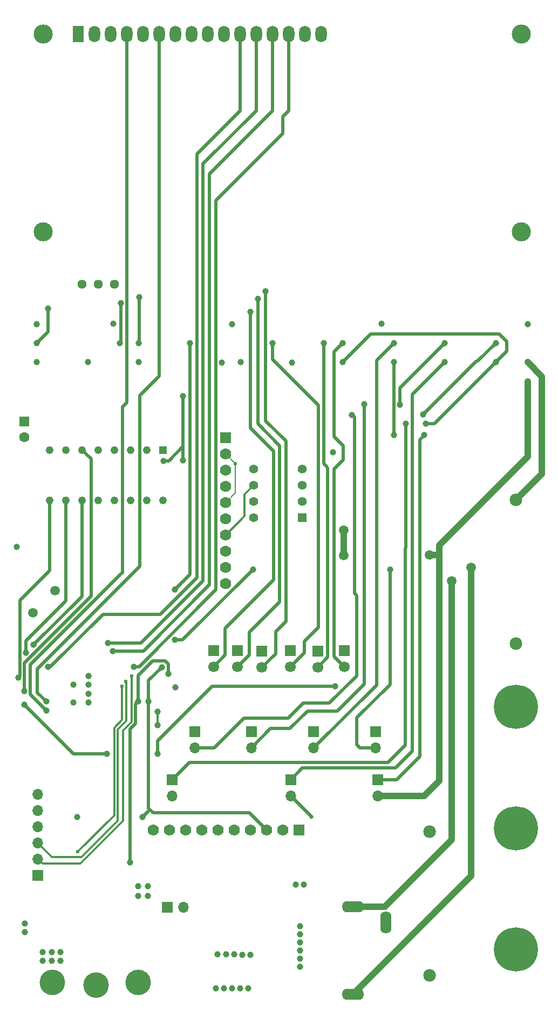
<source format=gbr>
%TF.GenerationSoftware,KiCad,Pcbnew,9.0.5*%
%TF.CreationDate,2025-10-28T12:45:37-04:00*%
%TF.ProjectId,oshe_dmm_project_v1,6f736865-5f64-46d6-9d5f-70726f6a6563,V1*%
%TF.SameCoordinates,Original*%
%TF.FileFunction,Copper,L4,Bot*%
%TF.FilePolarity,Positive*%
%FSLAX46Y46*%
G04 Gerber Fmt 4.6, Leading zero omitted, Abs format (unit mm)*
G04 Created by KiCad (PCBNEW 9.0.5) date 2025-10-28 12:45:37*
%MOMM*%
%LPD*%
G01*
G04 APERTURE LIST*
G04 Aperture macros list*
%AMRoundRect*
0 Rectangle with rounded corners*
0 $1 Rounding radius*
0 $2 $3 $4 $5 $6 $7 $8 $9 X,Y pos of 4 corners*
0 Add a 4 corners polygon primitive as box body*
4,1,4,$2,$3,$4,$5,$6,$7,$8,$9,$2,$3,0*
0 Add four circle primitives for the rounded corners*
1,1,$1+$1,$2,$3*
1,1,$1+$1,$4,$5*
1,1,$1+$1,$6,$7*
1,1,$1+$1,$8,$9*
0 Add four rect primitives between the rounded corners*
20,1,$1+$1,$2,$3,$4,$5,0*
20,1,$1+$1,$4,$5,$6,$7,0*
20,1,$1+$1,$6,$7,$8,$9,0*
20,1,$1+$1,$8,$9,$2,$3,0*%
G04 Aperture macros list end*
%TA.AperFunction,ComponentPad*%
%ADD10C,1.440000*%
%TD*%
%TA.AperFunction,ComponentPad*%
%ADD11C,3.000000*%
%TD*%
%TA.AperFunction,ComponentPad*%
%ADD12R,1.800000X2.600000*%
%TD*%
%TA.AperFunction,ComponentPad*%
%ADD13O,1.800000X2.600000*%
%TD*%
%TA.AperFunction,ComponentPad*%
%ADD14C,1.980000*%
%TD*%
%TA.AperFunction,ComponentPad*%
%ADD15R,1.778000X1.778000*%
%TD*%
%TA.AperFunction,ComponentPad*%
%ADD16C,1.778000*%
%TD*%
%TA.AperFunction,ComponentPad*%
%ADD17O,3.500000X1.750000*%
%TD*%
%TA.AperFunction,ComponentPad*%
%ADD18O,1.750000X3.500000*%
%TD*%
%TA.AperFunction,ComponentPad*%
%ADD19C,4.000000*%
%TD*%
%TA.AperFunction,ComponentPad*%
%ADD20RoundRect,0.250000X-0.550000X0.550000X-0.550000X-0.550000X0.550000X-0.550000X0.550000X0.550000X0*%
%TD*%
%TA.AperFunction,ComponentPad*%
%ADD21C,1.600000*%
%TD*%
%TA.AperFunction,ComponentPad*%
%ADD22R,1.700000X1.700000*%
%TD*%
%TA.AperFunction,ComponentPad*%
%ADD23O,1.700000X1.700000*%
%TD*%
%TA.AperFunction,ComponentPad*%
%ADD24R,1.397000X1.397000*%
%TD*%
%TA.AperFunction,ComponentPad*%
%ADD25C,1.397000*%
%TD*%
%TA.AperFunction,ComponentPad*%
%ADD26C,6.918200*%
%TD*%
%TA.AperFunction,ComponentPad*%
%ADD27C,1.700000*%
%TD*%
%TA.AperFunction,ComponentPad*%
%ADD28C,1.500000*%
%TD*%
%TA.AperFunction,ComponentPad*%
%ADD29R,1.210000X1.210000*%
%TD*%
%TA.AperFunction,ComponentPad*%
%ADD30C,1.210000*%
%TD*%
%TA.AperFunction,ViaPad*%
%ADD31C,1.000000*%
%TD*%
%TA.AperFunction,ViaPad*%
%ADD32C,0.600000*%
%TD*%
%TA.AperFunction,ViaPad*%
%ADD33C,1.500000*%
%TD*%
%TA.AperFunction,Conductor*%
%ADD34C,0.200000*%
%TD*%
%TA.AperFunction,Conductor*%
%ADD35C,0.300000*%
%TD*%
%TA.AperFunction,Conductor*%
%ADD36C,0.500000*%
%TD*%
%TA.AperFunction,Conductor*%
%ADD37C,1.000000*%
%TD*%
G04 APERTURE END LIST*
D10*
%TO.P,RV1,1,1*%
%TO.N,+5V*%
X138130000Y-113378000D03*
%TO.P,RV1,2,2*%
%TO.N,Net-(DS1-VO)*%
X135590000Y-113378000D03*
%TO.P,RV1,3,3*%
%TO.N,GND*%
X133050000Y-113378000D03*
%TD*%
D11*
%TO.P,DS1,*%
%TO.N,*%
X126990900Y-74174500D03*
X126990900Y-105175200D03*
X201989480Y-105175200D03*
X201990000Y-74174500D03*
D12*
%TO.P,DS1,1,VSS*%
%TO.N,GND*%
X132490000Y-74174500D03*
D13*
%TO.P,DS1,2,VDD*%
%TO.N,+5V*%
X135030000Y-74174500D03*
%TO.P,DS1,3,VO*%
%TO.N,Net-(DS1-VO)*%
X137570000Y-74174500D03*
%TO.P,DS1,4,RS*%
%TO.N,MISO{slash}D12*%
X140110000Y-74174500D03*
%TO.P,DS1,5,R/W*%
%TO.N,GND*%
X142650000Y-74174500D03*
%TO.P,DS1,6,E*%
%TO.N,MOSI{slash}D11*%
X145190000Y-74174500D03*
%TO.P,DS1,7,D0*%
%TO.N,unconnected-(DS1-D0-Pad7)*%
X147730000Y-74174500D03*
%TO.P,DS1,8,D1*%
%TO.N,unconnected-(DS1-D1-Pad8)*%
X150270000Y-74174500D03*
%TO.P,DS1,9,D2*%
%TO.N,unconnected-(DS1-D2-Pad9)*%
X152810000Y-74174500D03*
%TO.P,DS1,10,D3*%
%TO.N,unconnected-(DS1-D3-Pad10)*%
X155350000Y-74174500D03*
%TO.P,DS1,11,D4*%
%TO.N,D5*%
X157890000Y-74174500D03*
%TO.P,DS1,12,D5*%
%TO.N,D4*%
X160430000Y-74174500D03*
%TO.P,DS1,13,D6*%
%TO.N,D3*%
X162970000Y-74174500D03*
%TO.P,DS1,14,D7*%
%TO.N,D2*%
X165510000Y-74174500D03*
%TO.P,DS1,15,LED(+)*%
%TO.N,Net-(DS1-LED(+))*%
X168050000Y-74174500D03*
%TO.P,DS1,16,LED(-)*%
%TO.N,GND*%
X170590000Y-74174500D03*
%TD*%
D14*
%TO.P,F2,1*%
%TO.N,Current_Input*%
X187590000Y-221628000D03*
%TO.P,F2,2*%
%TO.N,Net-(U3-AIN2)*%
X187590000Y-199128000D03*
%TD*%
D15*
%TO.P,U3,1,VDD*%
%TO.N,+5V*%
X167130000Y-198878000D03*
D16*
%TO.P,U3,2,GND*%
%TO.N,GND*%
X164590000Y-198878000D03*
%TO.P,U3,3,SCL*%
%TO.N,SCL*%
X162050000Y-198878000D03*
%TO.P,U3,4,SDA*%
%TO.N,SDA*%
X159510000Y-198878000D03*
%TO.P,U3,5,ADDR*%
%TO.N,GND*%
X156970000Y-198878000D03*
%TO.P,U3,6,ALERT/RDY*%
%TO.N,unconnected-(U3-ALERT{slash}RDY-Pad6)*%
X154430000Y-198878000D03*
%TO.P,U3,7,AIN0*%
%TO.N,V_ADC_Input*%
X151890000Y-198878000D03*
%TO.P,U3,8,AIN1*%
%TO.N,GND*%
X149350000Y-198878000D03*
%TO.P,U3,9,AIN2*%
%TO.N,Net-(U3-AIN2)*%
X146810000Y-198878000D03*
%TO.P,U3,10,AIN3*%
%TO.N,GND*%
X144270000Y-198878000D03*
%TD*%
D17*
%TO.P,J22,1*%
%TO.N,Net-(U8-AIN2)*%
X175590000Y-224578000D03*
%TO.P,J22,2*%
%TO.N,Net-(U8-AIN3)*%
X175590000Y-210878000D03*
D18*
%TO.P,J22,3*%
%TO.N,unconnected-(J22-Pad3)*%
X180790000Y-213378000D03*
%TD*%
D19*
%TO.P,BAT-1,1,1*%
%TO.N,GND*%
X128447400Y-222766200D03*
%TD*%
D20*
%TO.P,C9,1*%
%TO.N,+5V*%
X124030000Y-134838000D03*
D21*
%TO.P,C9,2*%
%TO.N,GND*%
X124030000Y-137338000D03*
%TD*%
D19*
%TO.P,BAT+1,1,1*%
%TO.N,Net-(JP1-C)*%
X141909400Y-222766200D03*
%TD*%
D22*
%TO.P,J1,1,Pin_1*%
%TO.N,DTR*%
X126144000Y-205981000D03*
D23*
%TO.P,J1,2,Pin_2*%
%TO.N,TXD*%
X126144000Y-203441000D03*
%TO.P,J1,3,Pin_3*%
%TO.N,RXD*%
X126144000Y-200901000D03*
%TO.P,J1,4,Pin_4*%
%TO.N,+5V*%
X126144000Y-198361000D03*
%TO.P,J1,5,Pin_5*%
%TO.N,GND*%
X126144000Y-195821000D03*
%TO.P,J1,6,Pin_6*%
X126144000Y-193281000D03*
%TD*%
D22*
%TO.P,J6,1,Pin_1*%
%TO.N,9V_BAT_IN*%
X146451000Y-211006000D03*
D23*
%TO.P,J6,2,Pin_2*%
%TO.N,Net-(J6-Pin_2)*%
X148991000Y-211006000D03*
%TD*%
D22*
%TO.P,J10,1,Pin_1*%
%TO.N,+5V*%
X159634000Y-183467400D03*
D23*
%TO.P,J10,2,Pin_2*%
%TO.N,Net-(J10-Pin_2)*%
X159634000Y-186007400D03*
%TD*%
D24*
%TO.P,U2,1,Cc*%
%TO.N,GND*%
X167650000Y-149948000D03*
D25*
%TO.P,U2,2,Vin*%
%TO.N,Net-(U2-Vin)*%
X167650000Y-147408000D03*
%TO.P,U2,3,Cf*%
%TO.N,Net-(U2-Cf)*%
X167650000Y-144868000D03*
%TO.P,U2,4,-Vs*%
%TO.N,Net-(U2--Vs)*%
X167650000Y-142328000D03*
%TO.P,U2,5,Cav*%
%TO.N,Net-(U2-Cav)*%
X160030000Y-142328000D03*
%TO.P,U2,6,OUTPUT*%
%TO.N,Net-(U2-OUTPUT)*%
X160030000Y-144868000D03*
%TO.P,U2,7,+Vs*%
%TO.N,+5V*%
X160030000Y-147408000D03*
%TO.P,U2,8,COM*%
%TO.N,GND*%
X160030000Y-149948000D03*
%TD*%
D22*
%TO.P,J13,1,Pin_1*%
%TO.N,+5V*%
X179105600Y-183447000D03*
D23*
%TO.P,J13,2,Pin_2*%
%TO.N,Net-(J13-Pin_2)*%
X179105600Y-185987000D03*
%TD*%
D14*
%TO.P,F1,1*%
%TO.N,Voltage_Input*%
X201116800Y-169678000D03*
%TO.P,F1,2*%
%TO.N,2V_Rang*%
X201116800Y-147178000D03*
%TD*%
D26*
%TO.P,J3,1,1*%
%TO.N,GND*%
X201193000Y-198610000D03*
%TD*%
D22*
%TO.P,J18,1,Pin_1*%
%TO.N,+5V*%
X165750000Y-170778000D03*
D27*
%TO.P,J18,2,Pin_2*%
%TO.N,Net-(J18-Pin_2)*%
X165750000Y-173318000D03*
%TD*%
D28*
%TO.P,Y1,1,1*%
%TO.N,Net-(U1-XTAL2{slash}PB7)*%
X125359319Y-164818681D03*
%TO.P,Y1,2,2*%
%TO.N,Net-(U1-XTAL1{slash}PB6)*%
X128810000Y-161368000D03*
%TD*%
D22*
%TO.P,J14,1,Pin_1*%
%TO.N,+5V*%
X153720000Y-170788000D03*
D27*
%TO.P,J14,2,Pin_2*%
%TO.N,Net-(J14-Pin_2)*%
X153720000Y-173328000D03*
%TD*%
D22*
%TO.P,J7,1,Pin_1*%
%TO.N,2V_Rang*%
X147218000Y-190990800D03*
D23*
%TO.P,J7,2,Pin_2*%
%TO.N,V_ADC_Input*%
X147218000Y-193530800D03*
%TD*%
D15*
%TO.P,U8,1,VDD*%
%TO.N,+5V*%
X155590000Y-137438000D03*
D16*
%TO.P,U8,2,GND*%
%TO.N,GND*%
X155590000Y-139978000D03*
%TO.P,U8,3,SCL*%
%TO.N,SCL*%
X155590000Y-142518000D03*
%TO.P,U8,4,SDA*%
%TO.N,SDA*%
X155590000Y-145058000D03*
%TO.P,U8,5,ADDR*%
%TO.N,GND*%
X155590000Y-147598000D03*
%TO.P,U8,6,ALERT/RDY*%
%TO.N,unconnected-(U8-ALERT{slash}RDY-Pad6)*%
X155590000Y-150138000D03*
%TO.P,U8,7,AIN0*%
%TO.N,Net-(U2-OUTPUT)*%
X155590000Y-152678000D03*
%TO.P,U8,8,AIN1*%
%TO.N,unconnected-(U8-AIN1-Pad8)*%
X155590000Y-155218000D03*
%TO.P,U8,9,AIN2*%
%TO.N,Net-(U8-AIN2)*%
X155590000Y-157758000D03*
%TO.P,U8,10,AIN3*%
%TO.N,Net-(U8-AIN3)*%
X155590000Y-160298000D03*
%TD*%
D22*
%TO.P,J11,1,Pin_1*%
%TO.N,200V_Rang*%
X179476000Y-190990800D03*
D23*
%TO.P,J11,2,Pin_2*%
%TO.N,V_ADC_Input*%
X179476000Y-193530800D03*
%TD*%
D22*
%TO.P,J12,1,Pin_1*%
%TO.N,+5V*%
X169365000Y-183447000D03*
D23*
%TO.P,J12,2,Pin_2*%
%TO.N,Net-(J12-Pin_2)*%
X169365000Y-185987000D03*
%TD*%
D22*
%TO.P,J20,1,Pin_1*%
%TO.N,+5V*%
X174190000Y-170768000D03*
D27*
%TO.P,J20,2,Pin_2*%
%TO.N,Net-(J20-Pin_2)*%
X174190000Y-173308000D03*
%TD*%
D22*
%TO.P,J16,1,Pin_1*%
%TO.N,+5V*%
X170080000Y-170818000D03*
D27*
%TO.P,J16,2,Pin_2*%
%TO.N,Net-(J16-Pin_2)*%
X170080000Y-173358000D03*
%TD*%
D26*
%TO.P,J2,1,1*%
%TO.N,Voltage_Input*%
X201193000Y-179610000D03*
%TD*%
%TO.P,J4,1,1*%
%TO.N,Current_Input*%
X201193000Y-217610000D03*
%TD*%
D22*
%TO.P,J9,1,Pin_1*%
%TO.N,20V_Rang*%
X165810800Y-190985800D03*
D23*
%TO.P,J9,2,Pin_2*%
%TO.N,V_ADC_Input*%
X165810800Y-193525800D03*
%TD*%
D29*
%TO.P,U4,1,X4*%
%TO.N,Net-(U4-X4)*%
X145790000Y-139318000D03*
D30*
%TO.P,U4,2,X6*%
%TO.N,Net-(U4-X6)*%
X143250000Y-139318000D03*
%TO.P,U4,3,X*%
%TO.N,A0*%
X140710000Y-139318000D03*
%TO.P,U4,4,X7*%
%TO.N,Net-(U4-X7)*%
X138170000Y-139318000D03*
%TO.P,U4,5,X5*%
%TO.N,Net-(U4-X5)*%
X135630000Y-139318000D03*
%TO.P,U4,6,ENABLE*%
%TO.N,D9*%
X133090000Y-139318000D03*
%TO.P,U4,7,N.C.*%
%TO.N,unconnected-(U4-N.C.-Pad7)*%
X130550000Y-139318000D03*
%TO.P,U4,8,GND*%
%TO.N,GND*%
X128010000Y-139318000D03*
%TO.P,U4,9,C*%
%TO.N,D8*%
X128010000Y-147258000D03*
%TO.P,U4,10,B*%
%TO.N,D7*%
X130550000Y-147258000D03*
%TO.P,U4,11,A*%
%TO.N,D6*%
X133090000Y-147258000D03*
%TO.P,U4,12,X3*%
%TO.N,Net-(U4-X3)*%
X135630000Y-147258000D03*
%TO.P,U4,13,X0*%
%TO.N,Net-(U4-X0)*%
X138170000Y-147258000D03*
%TO.P,U4,14,X1*%
%TO.N,Net-(U4-X1)*%
X140710000Y-147258000D03*
%TO.P,U4,15,X2*%
%TO.N,Net-(U4-X2)*%
X143250000Y-147258000D03*
%TO.P,U4,16,VCC*%
%TO.N,+5V*%
X145790000Y-147258000D03*
%TD*%
D22*
%TO.P,J21,1,Pin_1*%
%TO.N,+5V*%
X161280000Y-170868000D03*
D27*
%TO.P,J21,2,Pin_2*%
%TO.N,Net-(J21-Pin_2)*%
X161280000Y-173408000D03*
%TD*%
D22*
%TO.P,J5,1,Pin_1*%
%TO.N,+5V*%
X157480000Y-170788000D03*
D27*
%TO.P,J5,2,Pin_2*%
%TO.N,Net-(J5-Pin_2)*%
X157480000Y-173328000D03*
%TD*%
D22*
%TO.P,J8,1,Pin_1*%
%TO.N,+5V*%
X150820000Y-183468000D03*
D23*
%TO.P,J8,2,Pin_2*%
%TO.N,Net-(J8-Pin_2)*%
X150820000Y-186008000D03*
%TD*%
D19*
%TO.P,Thermistor1,1,1*%
%TO.N,TS*%
X135259400Y-223198000D03*
%TD*%
D31*
%TO.N,*%
X125990000Y-125578000D03*
X141990000Y-125598000D03*
X133990000Y-125598000D03*
X155020000Y-125608000D03*
%TO.N,GND*%
X126923400Y-217991000D03*
X128320400Y-217991000D03*
X166649000Y-207450000D03*
X134067000Y-178919600D03*
X172470000Y-139708000D03*
X167284000Y-216467000D03*
X129717400Y-217991000D03*
X124129400Y-214892200D03*
X167284000Y-213927000D03*
X126923400Y-219388000D03*
X147720000Y-176558000D03*
X129717400Y-219388000D03*
X167284000Y-220277000D03*
X167284000Y-215197000D03*
X122799130Y-154526469D03*
X167284000Y-217737000D03*
X124129400Y-213495200D03*
X134067000Y-176125600D03*
X134067000Y-177522600D03*
X167284000Y-219007000D03*
X128320400Y-219388000D03*
X167919000Y-207450000D03*
X134067000Y-174728600D03*
D32*
X157150000Y-141448000D03*
D31*
%TO.N,+5V*%
X158267000Y-218397400D03*
X154076000Y-223680600D03*
X125990000Y-119598000D03*
X132309850Y-196862400D03*
X156616000Y-223680600D03*
X180050000Y-119538000D03*
X159537000Y-218397400D03*
X202990000Y-119598000D03*
X155346000Y-223680600D03*
X159156000Y-223680600D03*
X131686000Y-178900400D03*
X155727000Y-218372000D03*
X131686000Y-176131800D03*
X154330000Y-218372000D03*
X157886000Y-223680600D03*
X138030000Y-119538000D03*
X156640000Y-119588000D03*
X156997000Y-218372000D03*
D32*
%TO.N,Net-(U1-~{RESET}{slash}PC6)*%
X132430000Y-202298000D03*
X139350000Y-176360600D03*
D31*
%TO.N,9V_BAT_IN*%
X141850000Y-209192000D03*
X143374000Y-209192000D03*
X141850000Y-207668000D03*
X143374000Y-207668000D03*
D32*
%TO.N,RXD*%
X139980000Y-175560600D03*
%TO.N,TXD*%
X140890000Y-174760600D03*
D31*
%TO.N,2V_Rang*%
X173990000Y-125598000D03*
X202990000Y-125598000D03*
X187030000Y-135178000D03*
X197990000Y-125598000D03*
X183890000Y-135168000D03*
%TO.N,D9*%
X124017600Y-177078000D03*
%TO.N,A0*%
X148890000Y-140998000D03*
X148940000Y-130888000D03*
X145890000Y-141038000D03*
X144930000Y-182468000D03*
X144930000Y-180328000D03*
%TO.N,SDA*%
X146590000Y-174378000D03*
X140630000Y-203918000D03*
X141884000Y-178748000D03*
%TO.N,D5*%
X127772113Y-173324807D03*
%TO.N,MISO{slash}D12*%
X127463000Y-180125100D03*
%TO.N,D2*%
X141179000Y-173267100D03*
%TO.N,D4*%
X137108800Y-169604000D03*
%TO.N,SCL*%
X143535000Y-178748000D03*
X145580000Y-173378000D03*
X142590000Y-196878000D03*
%TO.N,D8*%
X123067600Y-174988000D03*
%TO.N,D10*%
X136970000Y-186968000D03*
X144940000Y-186968000D03*
X124050000Y-179268000D03*
X172780000Y-176338000D03*
%TO.N,D7*%
X124266599Y-171107898D03*
%TO.N,MOSI{slash}D11*%
X127463000Y-178728100D03*
%TO.N,D6*%
X125498248Y-169876248D03*
%TO.N,D3*%
X137877000Y-170854100D03*
%TO.N,20V_Rang*%
X165990000Y-125608000D03*
X189990000Y-125598000D03*
%TO.N,200V_Rang*%
X186780000Y-137008000D03*
X157990000Y-125598000D03*
X181990000Y-136958000D03*
X181990000Y-125598000D03*
D33*
%TO.N,V_ADC_Input*%
X174160000Y-155908000D03*
D31*
X202990000Y-128598000D03*
D32*
X169090000Y-196878000D03*
D33*
X187610000Y-155798000D03*
X174180000Y-151918000D03*
D31*
%TO.N,Net-(J8-Pin_2)*%
X186580000Y-133808000D03*
X175412000Y-133830000D03*
X197990000Y-122598000D03*
%TO.N,Net-(J10-Pin_2)*%
X182940000Y-132208000D03*
X189990000Y-122598000D03*
X177340000Y-132188000D03*
%TO.N,Net-(J12-Pin_2)*%
X181990000Y-122598000D03*
%TO.N,Net-(J13-Pin_2)*%
X149990000Y-122598000D03*
X181400000Y-158098000D03*
X147660000Y-161178000D03*
X159920000Y-158028000D03*
X147650000Y-169098000D03*
%TO.N,Net-(J5-Pin_2)*%
X160670000Y-115618000D03*
X138990000Y-122598000D03*
X139160000Y-116368000D03*
%TO.N,Net-(J14-Pin_2)*%
X159490000Y-117708000D03*
X125990000Y-122578000D03*
X127750000Y-117208000D03*
%TO.N,Net-(J16-Pin_2)*%
X170990000Y-122598000D03*
%TO.N,Net-(J18-Pin_2)*%
X162990000Y-122598000D03*
%TO.N,Net-(J20-Pin_2)*%
X173990000Y-122598000D03*
%TO.N,Net-(J21-Pin_2)*%
X142060000Y-115398000D03*
X161910000Y-114448000D03*
X141990000Y-122598000D03*
D33*
%TO.N,Net-(U8-AIN3)*%
X191090000Y-159878000D03*
%TO.N,Net-(U8-AIN2)*%
X194090000Y-157688000D03*
%TD*%
D34*
%TO.N,GND*%
X155650000Y-147568000D02*
X157150000Y-146068000D01*
X157150000Y-146068000D02*
X157150000Y-141448000D01*
X157150000Y-141448000D02*
X155650000Y-139948000D01*
D35*
%TO.N,Net-(U1-~{RESET}{slash}PC6)*%
X138140000Y-196588000D02*
X132430000Y-202298000D01*
X138140000Y-182838000D02*
X139350000Y-181628000D01*
X138140000Y-182838000D02*
X138140000Y-196588000D01*
X139350000Y-181628000D02*
X139350000Y-176360600D01*
%TO.N,RXD*%
X140001000Y-175581600D02*
X139980000Y-175560600D01*
X138690000Y-197407000D02*
X132980000Y-203117000D01*
X128360000Y-203117000D02*
X126144000Y-200901000D01*
X132980000Y-203117000D02*
X128360000Y-203117000D01*
X138690000Y-183088000D02*
X140001000Y-181777000D01*
X138690000Y-183088000D02*
X138690000Y-197407000D01*
X140001000Y-181777000D02*
X140001000Y-175581600D01*
%TO.N,TXD*%
X132510000Y-204168000D02*
X126871000Y-204168000D01*
X140890000Y-181908000D02*
X140890000Y-174760600D01*
X139540000Y-183258000D02*
X140890000Y-181908000D01*
X132510000Y-204168000D02*
X132849654Y-204168000D01*
X132849654Y-204168000D02*
X139540000Y-197477654D01*
X139540000Y-197477654D02*
X139540000Y-183258000D01*
X126871000Y-204168000D02*
X126144000Y-203441000D01*
D36*
%TO.N,2V_Rang*%
X149935800Y-188273000D02*
X147218000Y-190990800D01*
D34*
X205190000Y-143104800D02*
X205210000Y-143104800D01*
D36*
X199710000Y-123878000D02*
X199710000Y-122358000D01*
X183794000Y-154754000D02*
X183794000Y-185606000D01*
X178400000Y-121188000D02*
X173990000Y-125598000D01*
X197990000Y-125598000D02*
X199710000Y-123878000D01*
X198540000Y-121188000D02*
X178400000Y-121188000D01*
D37*
X201116800Y-147178000D02*
X205190000Y-143104800D01*
D36*
X188410000Y-135178000D02*
X197990000Y-125598000D01*
D37*
X205210000Y-127818000D02*
X202990000Y-125598000D01*
D36*
X183890000Y-154658000D02*
X183794000Y-154754000D01*
X187030000Y-135178000D02*
X188410000Y-135178000D01*
X183890000Y-135168000D02*
X183890000Y-154658000D01*
X181127000Y-188273000D02*
X149935800Y-188273000D01*
X199710000Y-122358000D02*
X198540000Y-121188000D01*
D37*
X205210000Y-143104800D02*
X205210000Y-127818000D01*
D36*
X183794000Y-185606000D02*
X181127000Y-188273000D01*
%TO.N,D9*%
X134520000Y-140748000D02*
X133090000Y-139318000D01*
X134520000Y-162198000D02*
X134520000Y-140748000D01*
X124017600Y-172700400D02*
X134520000Y-162198000D01*
X124017600Y-177078000D02*
X124017600Y-172700400D01*
%TO.N,A0*%
X148890000Y-140998000D02*
X148890000Y-138848000D01*
X145890000Y-141038000D02*
X146700000Y-141038000D01*
X148940000Y-138798000D02*
X148940000Y-130888000D01*
D35*
X144930000Y-182468000D02*
X144930000Y-180328000D01*
D36*
X146700000Y-141038000D02*
X148940000Y-138798000D01*
D34*
X148890000Y-138848000D02*
X148940000Y-138798000D01*
D36*
%TO.N,SDA*%
X146590000Y-172878000D02*
X146090000Y-172378000D01*
X141491000Y-179141000D02*
X141491000Y-182156942D01*
X141884000Y-178748000D02*
X141491000Y-179141000D01*
X140590000Y-197108000D02*
X140620000Y-197138000D01*
X141884000Y-174654029D02*
X141884000Y-178748000D01*
X146590000Y-174378000D02*
X146590000Y-172878000D01*
X140620000Y-197138000D02*
X140620000Y-203908000D01*
X141491000Y-182156942D02*
X140590000Y-183057942D01*
X140590000Y-183057942D02*
X140590000Y-197108000D01*
X146090000Y-172378000D02*
X144160029Y-172378000D01*
X140620000Y-203908000D02*
X140630000Y-203918000D01*
X144160029Y-172378000D02*
X141884000Y-174654029D01*
%TO.N,D5*%
X151090000Y-92974500D02*
X157890000Y-86174500D01*
X127772113Y-173324807D02*
X128098793Y-173324807D01*
X157890000Y-86174500D02*
X157890000Y-74174500D01*
X136355600Y-165068000D02*
X145370000Y-165068000D01*
X128098793Y-173324807D02*
X136355600Y-165068000D01*
X145370000Y-165068000D02*
X151090000Y-159348000D01*
X151090000Y-159348000D02*
X151090000Y-92974500D01*
%TO.N,MISO{slash}D12*%
X124967600Y-177629700D02*
X124967600Y-173007600D01*
X127463000Y-180125100D02*
X124967600Y-177629700D01*
X139440000Y-132608000D02*
X139440000Y-158535200D01*
X139440000Y-158535200D02*
X139220000Y-158755200D01*
X140110000Y-74174500D02*
X140110000Y-131938000D01*
X140110000Y-131938000D02*
X139440000Y-132608000D01*
X124967600Y-173007600D02*
X139116000Y-158859200D01*
D34*
X139220000Y-158755200D02*
X139116000Y-158859200D01*
D36*
%TO.N,D2*%
X154090000Y-125193082D02*
X154069000Y-125214082D01*
X154090000Y-126022918D02*
X154090000Y-161198000D01*
X164560000Y-87124500D02*
X164560000Y-89768000D01*
X154069000Y-126001918D02*
X154090000Y-126022918D01*
X154090000Y-161198000D02*
X142020900Y-173267100D01*
X142020900Y-173267100D02*
X141179000Y-173267100D01*
X164560000Y-89768000D02*
X154090000Y-100238000D01*
X154069000Y-125214082D02*
X154069000Y-126001918D01*
X154090000Y-100238000D02*
X154090000Y-125193082D01*
X165510000Y-86174500D02*
X164560000Y-87124500D01*
X165510000Y-86174500D02*
X165510000Y-74174500D01*
%TO.N,D4*%
X142324000Y-169604000D02*
X152090000Y-159838000D01*
X152090000Y-94514500D02*
X160430000Y-86174500D01*
X160430000Y-86174500D02*
X160430000Y-74174500D01*
X137108800Y-169604000D02*
X142324000Y-169604000D01*
X152090000Y-159838000D02*
X152090000Y-94514500D01*
D34*
%TO.N,SCL*%
X143535000Y-195933000D02*
X143535000Y-195461200D01*
D36*
X159368200Y-196196200D02*
X144270000Y-196196200D01*
X145580000Y-173378000D02*
X143535000Y-175423000D01*
X162050000Y-198878000D02*
X159368200Y-196196200D01*
X143535000Y-195461200D02*
X143535000Y-178748000D01*
X143535000Y-175423000D02*
X143535000Y-178748000D01*
X142590000Y-196878000D02*
X143535000Y-195933000D01*
X143535000Y-195461200D02*
X144270000Y-196196200D01*
%TO.N,D8*%
X123067600Y-174988000D02*
X123316600Y-174739000D01*
X123316600Y-162931400D02*
X127910000Y-158338000D01*
X128010000Y-151388000D02*
X128010000Y-147258000D01*
D34*
X128020000Y-158228000D02*
X127910000Y-158338000D01*
D36*
X123316600Y-174739000D02*
X123316600Y-162931400D01*
X128020000Y-151398000D02*
X128010000Y-151388000D01*
X128020000Y-151398000D02*
X128020000Y-158228000D01*
%TO.N,D10*%
X144940000Y-186968000D02*
X144940000Y-184878000D01*
X153480000Y-176338000D02*
X172780000Y-176338000D01*
X151640000Y-178178000D02*
X153480000Y-176338000D01*
X131750000Y-186968000D02*
X136970000Y-186968000D01*
X124050000Y-179268000D02*
X131750000Y-186968000D01*
X144940000Y-184878000D02*
X151640000Y-178178000D01*
D34*
%TO.N,D7*%
X130550000Y-162988000D02*
X130440000Y-163098000D01*
D36*
X124266599Y-171107898D02*
X124266599Y-169266128D01*
X126710000Y-166828000D02*
X130440000Y-163098000D01*
X130530000Y-147278000D02*
X130550000Y-147258000D01*
X130550000Y-147258000D02*
X130550000Y-162988000D01*
X124266599Y-169266128D02*
X126704727Y-166828000D01*
X126704727Y-166828000D02*
X126710000Y-166828000D01*
%TO.N,MOSI{slash}D11*%
X127463000Y-178728100D02*
X126085200Y-177350300D01*
D34*
X142104000Y-130864000D02*
X142104000Y-130824000D01*
D36*
X142104000Y-157598400D02*
X142104000Y-130864000D01*
X142104000Y-130824000D02*
X145190000Y-127738000D01*
X145190000Y-127738000D02*
X145190000Y-74174500D01*
X126085200Y-177350300D02*
X126085200Y-173617200D01*
X126085200Y-173617200D02*
X142084000Y-157618400D01*
X142084000Y-157618400D02*
X142104000Y-157598400D01*
%TO.N,D6*%
X125498248Y-169876248D02*
X132980000Y-162394496D01*
D34*
X133090000Y-162284496D02*
X132980000Y-162394496D01*
D36*
X133070000Y-147278000D02*
X133090000Y-147258000D01*
X133090000Y-147258000D02*
X133090000Y-162284496D01*
%TO.N,D3*%
X137877000Y-170854100D02*
X142693900Y-170854100D01*
X153090000Y-96054500D02*
X162970000Y-86174500D01*
X142693900Y-170854100D02*
X153090000Y-160458000D01*
X153090000Y-160458000D02*
X153090000Y-96054500D01*
X162970000Y-86174500D02*
X162970000Y-74174500D01*
%TO.N,20V_Rang*%
X184937000Y-186495000D02*
X184937000Y-160587000D01*
X184937000Y-148243786D02*
X184937000Y-142431000D01*
X167634600Y-189162000D02*
X182270000Y-189162000D01*
X165810800Y-190985800D02*
X167634600Y-189162000D01*
X184937000Y-142431000D02*
X184937000Y-130651000D01*
X182270000Y-189162000D02*
X184937000Y-186495000D01*
X184937000Y-160587000D02*
X184937000Y-148243786D01*
X184937000Y-130651000D02*
X189990000Y-125598000D01*
%TO.N,200V_Rang*%
X186780000Y-137008000D02*
X186080000Y-137708000D01*
X186080000Y-137708000D02*
X186080000Y-187384000D01*
X182473200Y-190990800D02*
X179476000Y-190990800D01*
X186080000Y-187384000D02*
X182473200Y-190990800D01*
X181990000Y-136958000D02*
X181990000Y-125598000D01*
D34*
%TO.N,V_ADC_Input*%
X187610000Y-155798000D02*
X187620000Y-155808000D01*
D37*
X202990000Y-140378000D02*
X202990000Y-128598000D01*
X174120000Y-155868000D02*
X174160000Y-155908000D01*
D36*
X169163000Y-196878000D02*
X165810800Y-193525800D01*
D37*
X189107234Y-154260766D02*
X202990000Y-140378000D01*
X174180000Y-151918000D02*
X174120000Y-151978000D01*
X189107234Y-154356617D02*
X189107234Y-154260766D01*
X189107234Y-191214766D02*
X189107234Y-154356617D01*
X179476000Y-193530800D02*
X186791200Y-193530800D01*
X187620000Y-155808000D02*
X189097234Y-155808000D01*
X186791200Y-193530800D02*
X189107234Y-191214766D01*
X174120000Y-151978000D02*
X174120000Y-155868000D01*
D36*
%TO.N,Net-(J8-Pin_2)*%
X158490000Y-181378000D02*
X153860000Y-186008000D01*
X186580000Y-133808000D02*
X186560000Y-133828000D01*
X176140000Y-174718000D02*
X171840000Y-179018000D01*
X194980000Y-125408000D02*
X195180000Y-125408000D01*
X175412000Y-133830000D02*
X175810000Y-134228000D01*
X175810000Y-161768000D02*
X176140000Y-162098000D01*
X176140000Y-162098000D02*
X176140000Y-174718000D01*
X171840000Y-179018000D02*
X167810000Y-179018000D01*
X153860000Y-186008000D02*
X150820000Y-186008000D01*
X175810000Y-134228000D02*
X175810000Y-161768000D01*
X186580000Y-133808000D02*
X194980000Y-125408000D01*
X195180000Y-125408000D02*
X197990000Y-122598000D01*
X165450000Y-181378000D02*
X158490000Y-181378000D01*
X167810000Y-179018000D02*
X165450000Y-181378000D01*
%TO.N,Net-(J10-Pin_2)*%
X182940000Y-132208000D02*
X182940000Y-129648000D01*
X159634000Y-185991600D02*
X162627600Y-182998000D01*
X177342400Y-176055600D02*
X177342400Y-154695600D01*
D34*
X177402400Y-159225600D02*
X177410000Y-159218000D01*
D36*
X177402400Y-136720400D02*
X177402400Y-159225600D01*
X168436000Y-180272000D02*
X173126000Y-180272000D01*
X177340000Y-132188000D02*
X177340000Y-136658000D01*
X177340000Y-136658000D02*
X177402400Y-136720400D01*
X159634000Y-186007400D02*
X159634000Y-185991600D01*
X182940000Y-129648000D02*
X189990000Y-122598000D01*
X165710000Y-182998000D02*
X168436000Y-180272000D01*
X162627600Y-182998000D02*
X165710000Y-182998000D01*
X173126000Y-180272000D02*
X177342400Y-176055600D01*
%TO.N,Net-(J12-Pin_2)*%
X179280000Y-176150000D02*
X169443000Y-185987000D01*
X179280000Y-125308000D02*
X181990000Y-122598000D01*
X169443000Y-185987000D02*
X169365000Y-185987000D01*
X179280000Y-137088000D02*
X179280000Y-125308000D01*
X179280000Y-137088000D02*
X179280000Y-176150000D01*
%TO.N,Net-(J13-Pin_2)*%
X181400000Y-176062000D02*
X176174000Y-181288000D01*
X176682000Y-185987000D02*
X179105600Y-185987000D01*
X148850000Y-169098000D02*
X147650000Y-169098000D01*
X147660000Y-161178000D02*
X149990000Y-158848000D01*
X159920000Y-158028000D02*
X148850000Y-169098000D01*
X176174000Y-185479000D02*
X176682000Y-185987000D01*
X176174000Y-181288000D02*
X176174000Y-185479000D01*
X149990000Y-158848000D02*
X149990000Y-122598000D01*
X181400000Y-158098000D02*
X181400000Y-176062000D01*
D34*
%TO.N,Net-(J5-Pin_2)*%
X139160000Y-122428000D02*
X138990000Y-122598000D01*
D36*
X159330000Y-167868000D02*
X159330000Y-171478000D01*
X164080000Y-163118000D02*
X159330000Y-167868000D01*
X160670000Y-135228000D02*
X164080000Y-138638000D01*
X164080000Y-138638000D02*
X164080000Y-163118000D01*
X159330000Y-171478000D02*
X157480000Y-173328000D01*
X160670000Y-115618000D02*
X160670000Y-135228000D01*
X139160000Y-116368000D02*
X139160000Y-122428000D01*
%TO.N,Net-(J14-Pin_2)*%
X127750000Y-120818000D02*
X125990000Y-122578000D01*
X163120000Y-139558000D02*
X163120000Y-159718000D01*
X155560000Y-167278000D02*
X155560000Y-171488000D01*
X159490000Y-117708000D02*
X159490000Y-135928000D01*
X159490000Y-135928000D02*
X163120000Y-139558000D01*
X155560000Y-171488000D02*
X153720000Y-173328000D01*
X163120000Y-159718000D02*
X155560000Y-167278000D01*
X127750000Y-117208000D02*
X127750000Y-120818000D01*
%TO.N,Net-(J16-Pin_2)*%
X171620000Y-171818000D02*
X171620000Y-142118000D01*
X171401057Y-141899057D02*
X170990000Y-141488000D01*
X171620000Y-142118000D02*
X171401057Y-141899057D01*
X170990000Y-141488000D02*
X170990000Y-122598000D01*
X170080000Y-173358000D02*
X171620000Y-171818000D01*
%TO.N,Net-(J18-Pin_2)*%
X170130000Y-132288000D02*
X162990000Y-125148000D01*
X165750000Y-173318000D02*
X167940000Y-171128000D01*
X167940000Y-171128000D02*
X167940000Y-169318000D01*
X170130000Y-167128000D02*
X170130000Y-132288000D01*
X167940000Y-169318000D02*
X170130000Y-167128000D01*
X162990000Y-125148000D02*
X162990000Y-122598000D01*
%TO.N,Net-(J20-Pin_2)*%
X174020000Y-138668000D02*
X172590000Y-137238000D01*
X172599000Y-123989000D02*
X173990000Y-122598000D01*
X172599000Y-142329000D02*
X174020000Y-140908000D01*
X174020000Y-140908000D02*
X174020000Y-138668000D01*
X172599000Y-171717000D02*
X172599000Y-142329000D01*
X172590000Y-137238000D02*
X172590000Y-123998000D01*
D34*
X172590000Y-123998000D02*
X172599000Y-123989000D01*
D36*
X174190000Y-173308000D02*
X172599000Y-171717000D01*
%TO.N,Net-(J21-Pin_2)*%
X165060000Y-166178000D02*
X163440000Y-167798000D01*
X161910000Y-134774727D02*
X165060000Y-137924727D01*
D34*
X142060000Y-122528000D02*
X141990000Y-122598000D01*
D36*
X163440000Y-167798000D02*
X163440000Y-171248000D01*
X165060000Y-137924727D02*
X165060000Y-166178000D01*
X161910000Y-114448000D02*
X161910000Y-134774727D01*
X142060000Y-115398000D02*
X142060000Y-122528000D01*
X163440000Y-171248000D02*
X161280000Y-173408000D01*
D35*
%TO.N,Net-(U2-OUTPUT)*%
X158590000Y-146308000D02*
X158590000Y-149708000D01*
X160030000Y-144868000D02*
X158590000Y-146308000D01*
X158590000Y-149708000D02*
X155650000Y-152648000D01*
D37*
%TO.N,Net-(U8-AIN3)*%
X180590000Y-210878000D02*
X175590000Y-210878000D01*
X191090000Y-200378000D02*
X180590000Y-210878000D01*
X191090000Y-159878000D02*
X191090000Y-200378000D01*
%TO.N,Net-(U8-AIN2)*%
X194090000Y-206078000D02*
X175590000Y-224578000D01*
X194090000Y-157688000D02*
X194090000Y-206078000D01*
%TD*%
M02*

</source>
